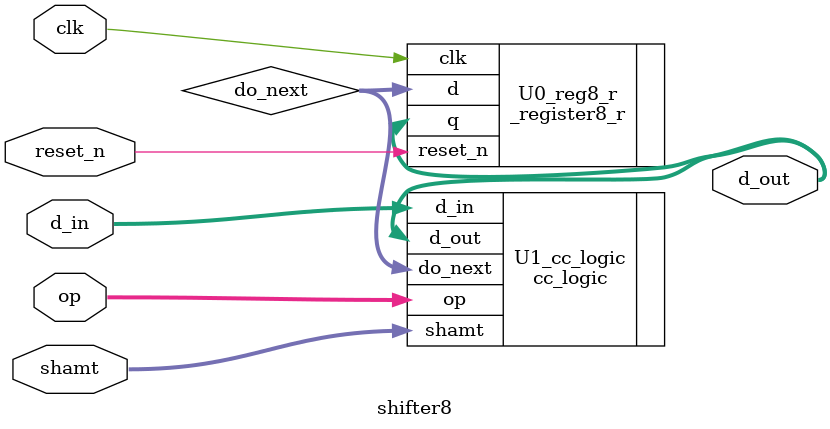
<source format=v>

module shifter8(clk,reset_n,op,shamt,d_in,d_out); //Module of 8-bit Loadable Shifter
	input clk,reset_n; //clk : clock pulse; //reset_n : reset switch
	input [2:0] op; //operation code
	input [1:0] shamt; //shift amount
	input [7:0] d_in; //input value
	output [7:0] d_out; //output value
	
	wire [7:0] d_out; //current state
	wire [7:0] do_next; //next state
	
	_register8_r U0_reg8_r (.clk(clk),.reset_n(reset_n),.d(do_next),.q(d_out)); //save value
	cc_logic U1_cc_logic (.op(op),.shamt(shamt),.d_in(d_in),.d_out(d_out),.do_next(do_next)); //operating next state
	
endmodule //End of module
</source>
